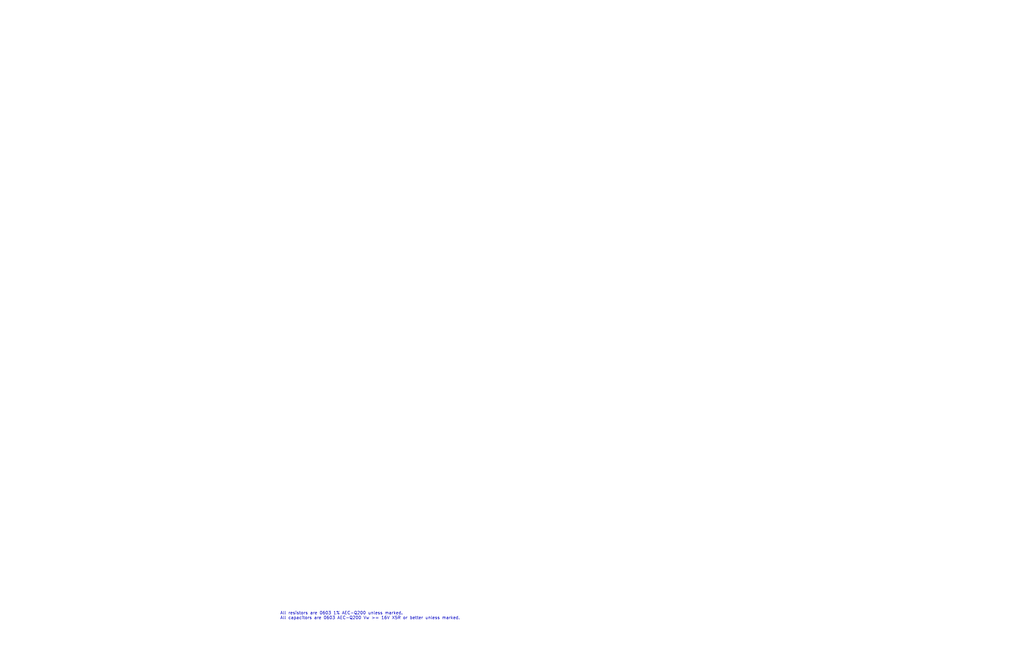
<source format=kicad_sch>
(kicad_sch (version 20230121) (generator eeschema)
  (paper "USLedger")
  (title_block (title "OreSat C3: Power") (date "2023-05-29") (rev "6.1"))
  (lib_symbols)
  (text "All resistors are 0603 1% AEC-Q200 unless marked.\nAll capacitors are 0603 AEC-Q200 Vw >= 16V X5R or better unless marked." (at 118.11 261.62 0) (effects (font (size 1.27 1.27)) (justify left bottom)))
)
</source>
